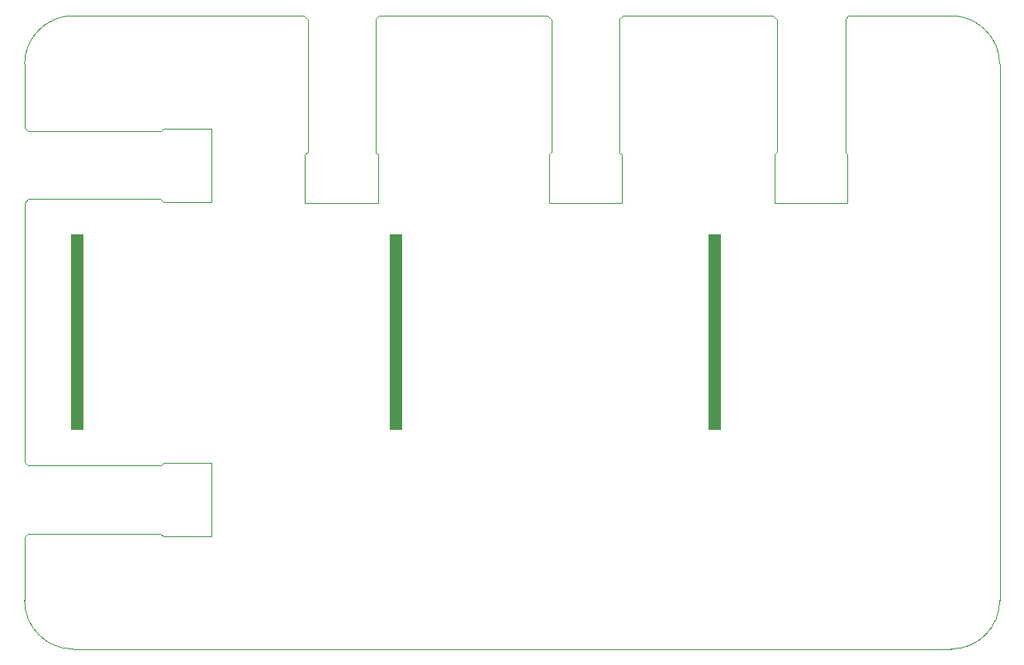
<source format=gbr>
%TF.GenerationSoftware,Altium Limited,Altium Designer,24.0.1 (36)*%
G04 Layer_Color=0*
%FSLAX45Y45*%
%MOMM*%
%TF.SameCoordinates,AD55DBC5-7C0D-423F-88F8-B269A012BA9E*%
%TF.FilePolarity,Positive*%
%TF.FileFunction,Profile,NP*%
%TF.Part,Single*%
G01*
G75*
%TA.AperFunction,Profile*%
%ADD119C,0.02540*%
G36*
X7015480Y2247900D02*
Y4254500D01*
X7137400D01*
Y2247900D01*
X7015480D01*
D02*
G37*
G36*
X3749040D02*
Y4254500D01*
X3870960D01*
Y2247900D01*
X3749040D01*
D02*
G37*
G36*
X480060Y2247227D02*
X601980D01*
X602653Y2247900D01*
Y4254500D01*
X601980Y4255173D01*
X480060D01*
X479387Y4254500D01*
X480060Y2247227D01*
D02*
G37*
D119*
X499366Y597D02*
G02*
X-38Y500001I0J499404D01*
G01*
Y1147006D01*
X159Y1147482D01*
X39052Y1186375D01*
X39629Y1186688D01*
X1393260D01*
X1393837Y1186375D01*
X1421071Y1159141D01*
X1919487Y1159142D01*
Y1907805D01*
X1424527D01*
X1402347Y1885625D01*
X1401770Y1885312D01*
X34940D01*
X34310Y1885723D01*
X159Y1919874D01*
X-38Y1920350D01*
Y4577409D01*
X159Y4577885D01*
X39052Y4616778D01*
X39629Y4617091D01*
X1393260D01*
X1393837Y4616778D01*
X1421071Y4589544D01*
X1919487Y4589545D01*
Y5338208D01*
X1424527D01*
X1402347Y5316028D01*
X1401770Y5315715D01*
X34940D01*
X34310Y5316126D01*
X159Y5350278D01*
X-38Y5350754D01*
Y6000012D01*
D02*
G02*
X499366Y6499416I499404J0D01*
G01*
X2864526D01*
X2865002Y6499219D01*
X2902712Y6461509D01*
X2903025Y6460932D01*
Y5107300D01*
X2902712Y5106723D01*
X2875478Y5079489D01*
X2875479Y4581073D01*
X3624142D01*
Y5076033D01*
X3601962Y5098214D01*
X3601649Y5098790D01*
Y6465620D01*
X3602060Y6466250D01*
X3634854Y6499043D01*
X3635348Y6499240D01*
X5364764Y6499240D01*
X5365240Y6499043D01*
X5402775Y6461509D01*
X5403088Y6460932D01*
Y5107300D01*
X5402775Y5106723D01*
X5375541Y5079489D01*
X5375542Y4581073D01*
X6124205D01*
Y5076033D01*
X6102025Y5098214D01*
X6101712Y5098790D01*
Y6465620D01*
X6102123Y6466250D01*
X6134917Y6499043D01*
X6135393Y6499240D01*
X7677567D01*
X7686014Y6491072D01*
X7715578Y6461508D01*
X7715891Y6460931D01*
Y5107300D01*
X7715578Y5106723D01*
X7688344Y5079489D01*
X7688345Y4581073D01*
X8437008D01*
Y5076033D01*
X8414828Y5098213D01*
X8414515Y5098790D01*
Y6465620D01*
X8414926Y6466250D01*
X8447532Y6498855D01*
X8448196Y6499416D01*
X9499384D01*
D02*
G02*
X9998788Y6000012I0J-499404D01*
G01*
Y500001D01*
D02*
G02*
X9499384Y597I-499404J0D01*
G01*
X499366D01*
%TF.MD5,6a2759b55edb44cba94d2b90995f98a7*%
M02*

</source>
